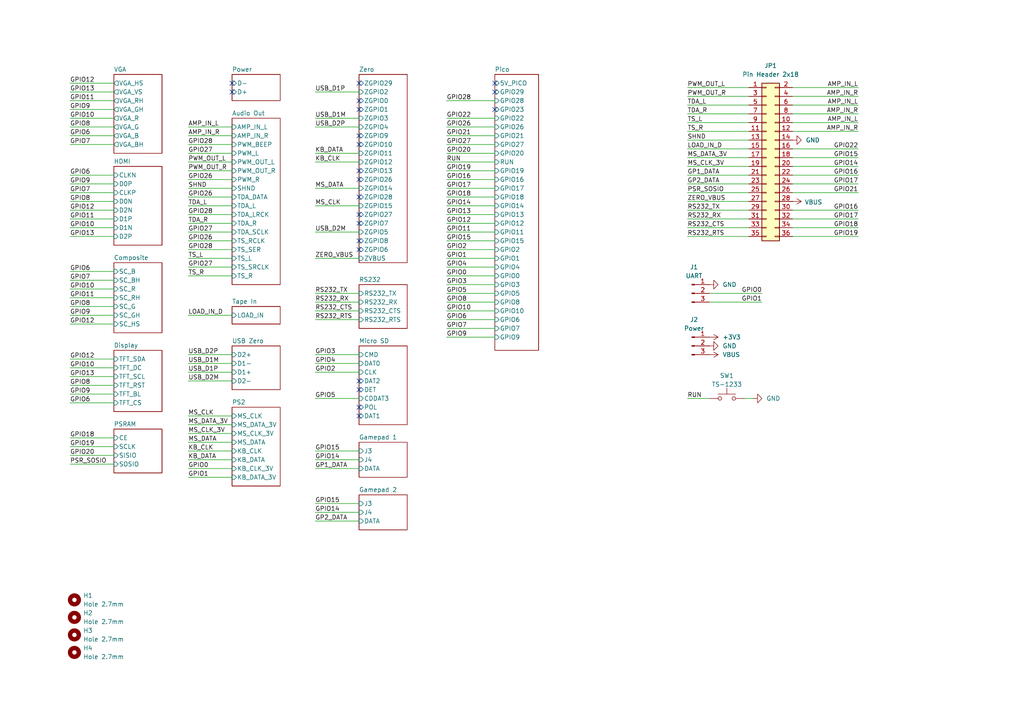
<source format=kicad_sch>
(kicad_sch (version 20250114) (generator "eeschema") (generator_version "9.0")
  (paper "A4")
  (title_block (title "TurboFRANK") (date "2025-04-04") (rev "1.05") (company "Mikhail Matveev") (comment 1 "https://github.com/xtremespb/frank"))
  (lib_symbols
    (symbol "Connector:Conn_01x03_Pin" (pin_names (offset 1.016) (hide yes))
      (property "Reference" "J" (at 0 5.08 0))
      (property "Value" "Conn_01x03_Pin" (at 0 -5.08 0))
      (symbol "Conn_01x03_Pin_1_1"
        (rectangle (start 0.8636 2.667) (end 0 2.413) (stroke (width 0.1524)) (fill (type outline)))
        (rectangle (start 0.8636 0.127) (end 0 -0.127) (stroke (width 0.1524)) (fill (type outline)))
        (rectangle (start 0.8636 -2.413) (end 0 -2.667) (stroke (width 0.1524)) (fill (type outline)))
        (polyline (pts (xy 1.27 2.54) (xy 0.8636 2.54)) (stroke (width 0.1524)))
        (polyline (pts (xy 1.27 0) (xy 0.8636 0)) (stroke (width 0.1524)))
        (polyline (pts (xy 1.27 -2.54) (xy 0.8636 -2.54)) (stroke (width 0.1524)))
        (pin passive line (at 5.08 2.54 180) (length 3.81) (name "Pin_1") (number "1"))
        (pin passive line (at 5.08 0 180) (length 3.81) (name "Pin_2") (number "2"))
        (pin passive line (at 5.08 -2.54 180) (length 3.81) (name "Pin_3") (number "3"))
      )
    )
    (symbol "Connector_Generic:Conn_02x18_Odd_Even" (pin_names (offset 1.016) (hide yes))
      (property "Reference" "J" (at 1.27 22.86 0))
      (property "Value" "Conn_02x18_Odd_Even" (at 1.27 -25.4 0))
      (symbol "Conn_02x18_Odd_Even_1_1"
        (rectangle (start -1.27 21.59) (end 3.81 -24.13) (stroke (width 0.254)) (fill (type background)))
        (rectangle (start -1.27 20.447) (end 0 20.193) (stroke (width 0.1524)))
        (rectangle (start -1.27 17.907) (end 0 17.653) (stroke (width 0.1524)))
        (rectangle (start -1.27 15.367) (end 0 15.113) (stroke (width 0.1524)))
        (rectangle (start -1.27 12.827) (end 0 12.573) (stroke (width 0.1524)))
        (rectangle (start -1.27 10.287) (end 0 10.033) (stroke (width 0.1524)))
        (rectangle (start -1.27 7.747) (end 0 7.493) (stroke (width 0.1524)))
        (rectangle (start -1.27 5.207) (end 0 4.953) (stroke (width 0.1524)))
        (rectangle (start -1.27 2.667) (end 0 2.413) (stroke (width 0.1524)))
        (rectangle (start -1.27 0.127) (end 0 -0.127) (stroke (width 0.1524)))
        (rectangle (start -1.27 -2.413) (end 0 -2.667) (stroke (width 0.1524)))
        (rectangle (start -1.27 -4.953) (end 0 -5.207) (stroke (width 0.1524)))
        (rectangle (start -1.27 -7.493) (end 0 -7.747) (stroke (width 0.1524)))
        (rectangle (start -1.27 -10.033) (end 0 -10.287) (stroke (width 0.1524)))
        (rectangle (start -1.27 -12.573) (end 0 -12.827) (stroke (width 0.1524)))
        (rectangle (start -1.27 -15.113) (end 0 -15.367) (stroke (width 0.1524)))
        (rectangle (start -1.27 -17.653) (end 0 -17.907) (stroke (width 0.1524)))
        (rectangle (start -1.27 -20.193) (end 0 -20.447) (stroke (width 0.1524)))
        (rectangle (start -1.27 -22.733) (end 0 -22.987) (stroke (width 0.1524)))
        (rectangle (start 3.81 20.447) (end 2.54 20.193) (stroke (width 0.1524)))
        (rectangle (start 3.81 17.907) (end 2.54 17.653) (stroke (width 0.1524)))
        (rectangle (start 3.81 15.367) (end 2.54 15.113) (stroke (width 0.1524)))
        (rectangle (start 3.81 12.827) (end 2.54 12.573) (stroke (width 0.1524)))
        (rectangle (start 3.81 10.287) (end 2.54 10.033) (stroke (width 0.1524)))
        (rectangle (start 3.81 7.747) (end 2.54 7.493) (stroke (width 0.1524)))
        (rectangle (start 3.81 5.207) (end 2.54 4.953) (stroke (width 0.1524)))
        (rectangle (start 3.81 2.667) (end 2.54 2.413) (stroke (width 0.1524)))
        (rectangle (start 3.81 0.127) (end 2.54 -0.127) (stroke (width 0.1524)))
        (rectangle (start 3.81 -2.413) (end 2.54 -2.667) (stroke (width 0.1524)))
        (rectangle (start 3.81 -4.953) (end 2.54 -5.207) (stroke (width 0.1524)))
        (rectangle (start 3.81 -7.493) (end 2.54 -7.747) (stroke (width 0.1524)))
        (rectangle (start 3.81 -10.033) (end 2.54 -10.287) (stroke (width 0.1524)))
        (rectangle (start 3.81 -12.573) (end 2.54 -12.827) (stroke (width 0.1524)))
        (rectangle (start 3.81 -15.113) (end 2.54 -15.367) (stroke (width 0.1524)))
        (rectangle (start 3.81 -17.653) (end 2.54 -17.907) (stroke (width 0.1524)))
        (rectangle (start 3.81 -20.193) (end 2.54 -20.447) (stroke (width 0.1524)))
        (rectangle (start 3.81 -22.733) (end 2.54 -22.987) (stroke (width 0.1524)))
        (pin passive line (at -5.08 20.32 0) (length 3.81) (name "Pin_1") (number "1"))
        (pin passive line (at -5.08 17.78 0) (length 3.81) (name "Pin_3") (number "3"))
        (pin passive line (at -5.08 15.24 0) (length 3.81) (name "Pin_5") (number "5"))
        (pin passive line (at -5.08 12.7 0) (length 3.81) (name "Pin_7") (number "7"))
        (pin passive line (at -5.08 10.16 0) (length 3.81) (name "Pin_9") (number "9"))
        (pin passive line (at -5.08 7.62 0) (length 3.81) (name "Pin_11") (number "11"))
        (pin passive line (at -5.08 5.08 0) (length 3.81) (name "Pin_13") (number "13"))
        (pin passive line (at -5.08 2.54 0) (length 3.81) (name "Pin_15") (number "15"))
        (pin passive line (at -5.08 0 0) (length 3.81) (name "Pin_17") (number "17"))
        (pin passive line (at -5.08 -2.54 0) (length 3.81) (name "Pin_19") (number "19"))
        (pin passive line (at -5.08 -5.08 0) (length 3.81) (name "Pin_21") (number "21"))
        (pin passive line (at -5.08 -7.62 0) (length 3.81) (name "Pin_23") (number "23"))
        (pin passive line (at -5.08 -10.16 0) (length 3.81) (name "Pin_25") (number "25"))
        (pin passive line (at -5.08 -12.7 0) (length 3.81) (name "Pin_27") (number "27"))
        (pin passive line (at -5.08 -15.24 0) (length 3.81) (name "Pin_29") (number "29"))
        (pin passive line (at -5.08 -17.78 0) (length 3.81) (name "Pin_31") (number "31"))
        (pin passive line (at -5.08 -20.32 0) (length 3.81) (name "Pin_33") (number "33"))
        (pin passive line (at -5.08 -22.86 0) (length 3.81) (name "Pin_35") (number "35"))
        (pin passive line (at 7.62 20.32 180) (length 3.81) (name "Pin_2") (number "2"))
        (pin passive line (at 7.62 17.78 180) (length 3.81) (name "Pin_4") (number "4"))
        (pin passive line (at 7.62 15.24 180) (length 3.81) (name "Pin_6") (number "6"))
        (pin passive line (at 7.62 12.7 180) (length 3.81) (name "Pin_8") (number "8"))
        (pin passive line (at 7.62 10.16 180) (length 3.81) (name "Pin_10") (number "10"))
        (pin passive line (at 7.62 7.62 180) (length 3.81) (name "Pin_12") (number "12"))
        (pin passive line (at 7.62 5.08 180) (length 3.81) (name "Pin_14") (number "14"))
        (pin passive line (at 7.62 2.54 180) (length 3.81) (name "Pin_16") (number "16"))
        (pin passive line (at 7.62 0 180) (length 3.81) (name "Pin_18") (number "18"))
        (pin passive line (at 7.62 -2.54 180) (length 3.81) (name "Pin_20") (number "20"))
        (pin passive line (at 7.62 -5.08 180) (length 3.81) (name "Pin_22") (number "22"))
        (pin passive line (at 7.62 -7.62 180) (length 3.81) (name "Pin_24") (number "24"))
        (pin passive line (at 7.62 -10.16 180) (length 3.81) (name "Pin_26") (number "26"))
        (pin passive line (at 7.62 -12.7 180) (length 3.81) (name "Pin_28") (number "28"))
        (pin passive line (at 7.62 -15.24 180) (length 3.81) (name "Pin_30") (number "30"))
        (pin passive line (at 7.62 -17.78 180) (length 3.81) (name "Pin_32") (number "32"))
        (pin passive line (at 7.62 -20.32 180) (length 3.81) (name "Pin_34") (number "34"))
        (pin passive line (at 7.62 -22.86 180) (length 3.81) (name "Pin_36") (number "36"))
      )
    )
    (symbol "Mechanical:MountingHole" (pin_names (offset 1.016)) (exclude_from_sim yes) (in_bom no)
      (property "Reference" "H" (at 0 5.08 0))
      (property "Value" "MountingHole" (at 0 3.175 0))
      (symbol "MountingHole_0_1"
        (circle (center 0 0) (radius 1.27) (stroke (width 1.27)))
      )
    )
    (symbol "Switch:SW_Push" (pin_numbers (hide yes)) (pin_names (offset 1.016) (hide yes))
      (property "Reference" "SW" (at 1.27 2.54 0))
      (property "Value" "SW_Push" (at 0 -1.524 0))
      (symbol "SW_Push_0_1"
        (circle (center -2.032 0) (radius 0.508))
        (polyline (pts (xy 0 1.27) (xy 0 3.048)))
        (circle (center 2.032 0) (radius 0.508))
        (polyline (pts (xy 2.54 1.27) (xy -2.54 1.27)))
        (pin passive line (at -5.08 0 0) (length 2.54) (name "1") (number "1"))
        (pin passive line (at 5.08 0 180) (length 2.54) (name "2") (number "2"))
      )
    )
    (symbol "power:+3V3" (power) (pin_numbers (hide yes)) (pin_names (offset 0) (hide yes))
      (property "Value" "+3V3" (at 0 3.556 0))
      (symbol "+3V3_0_1"
        (polyline (pts (xy -0.762 1.27) (xy 0 2.54)))
        (polyline (pts (xy 0 2.54) (xy 0.762 1.27)))
        (polyline (pts (xy 0 0) (xy 0 2.54)))
      )
      (symbol "+3V3_1_1"
        (pin power_in line (at 0 0 90) (length 0) (name "~") (number "1"))
      )
    )
    (symbol "power:GND" (power) (pin_numbers (hide yes)) (pin_names (offset 0) (hide yes))
      (property "Value" "GND" (at 0 -3.81 0))
      (symbol "GND_0_1"
        (polyline (pts (xy 0 0) (xy 0 -1.27) (xy 1.27 -1.27) (xy 0 -2.54) (xy -1.27 -1.27) (xy 0 -1.27)))
      )
      (symbol "GND_1_1"
        (pin power_in line (at 0 0 270) (length 0) (name "~") (number "1"))
      )
    )
    (symbol "power:VBUS" (power) (pin_numbers (hide yes)) (pin_names (offset 0) (hide yes))
      (property "Value" "VBUS" (at 0 3.556 0))
      (symbol "VBUS_0_1"
        (polyline (pts (xy -0.762 1.27) (xy 0 2.54)))
        (polyline (pts (xy 0 2.54) (xy 0.762 1.27)))
        (polyline (pts (xy 0 0) (xy 0 2.54)))
      )
      (symbol "VBUS_1_1"
        (pin power_in line (at 0 0 90) (length 0) (name "~") (number "1"))
      )
    )
  )
  (no_connect (at 104.14 120.65))
  (no_connect (at 104.14 52.07))
  (no_connect (at 104.14 62.23))
  (no_connect (at 104.14 72.39))
  (no_connect (at 104.14 118.11))
  (no_connect (at 143.51 24.13))
  (no_connect (at 104.14 57.15))
  (no_connect (at 104.14 64.77))
  (no_connect (at 104.14 113.03))
  (no_connect (at 104.14 69.85))
  (no_connect (at 104.14 110.49))
  (no_connect (at 104.14 49.53))
  (no_connect (at 104.14 29.21))
  (no_connect (at 143.51 31.75))
  (no_connect (at 143.51 26.67))
  (no_connect (at 104.14 24.13))
  (no_connect (at 104.14 31.75))
  (no_connect (at 67.31 26.67))
  (no_connect (at 67.31 24.13))
  (no_connect (at 104.14 41.91))
  (no_connect (at 104.14 39.37))
  (wire (pts (xy 229.87 25.4) (xy 248.92 25.4)))
  (wire (pts (xy 54.61 133.35) (xy 67.31 133.35)))
  (wire (pts (xy 129.54 52.07) (xy 143.51 52.07)))
  (wire (pts (xy 54.61 91.44) (xy 67.31 91.44)))
  (wire (pts (xy 229.87 66.04) (xy 248.92 66.04)))
  (wire (pts (xy 91.44 74.93) (xy 104.14 74.93)))
  (wire (pts (xy 91.44 105.41) (xy 104.14 105.41)))
  (wire (pts (xy 54.61 62.23) (xy 67.31 62.23)))
  (wire (pts (xy 20.32 93.98) (xy 33.02 93.98)))
  (wire (pts (xy 20.32 63.5) (xy 33.02 63.5)))
  (wire (pts (xy 91.44 59.69) (xy 104.14 59.69)))
  (wire (pts (xy 54.61 54.61) (xy 67.31 54.61)))
  (wire (pts (xy 199.39 58.42) (xy 217.17 58.42)))
  (wire (pts (xy 20.32 106.68) (xy 33.02 106.68)))
  (wire (pts (xy 129.54 44.45) (xy 143.51 44.45)))
  (wire (pts (xy 229.87 38.1) (xy 248.92 38.1)))
  (wire (pts (xy 91.44 67.31) (xy 104.14 67.31)))
  (wire (pts (xy 54.61 128.27) (xy 67.31 128.27)))
  (wire (pts (xy 20.32 39.37) (xy 33.02 39.37)))
  (wire (pts (xy 54.61 110.49) (xy 67.31 110.49)))
  (wire (pts (xy 229.87 30.48) (xy 248.92 30.48)))
  (wire (pts (xy 54.61 74.93) (xy 67.31 74.93)))
  (wire (pts (xy 91.44 34.29) (xy 104.14 34.29)))
  (wire (pts (xy 229.87 33.02) (xy 248.92 33.02)))
  (wire (pts (xy 129.54 74.93) (xy 143.51 74.93)))
  (wire (pts (xy 91.44 135.89) (xy 104.14 135.89)))
  (wire (pts (xy 220.98 87.63) (xy 205.74 87.63)))
  (wire (pts (xy 218.44 115.57) (xy 215.9 115.57)))
  (wire (pts (xy 229.87 63.5) (xy 248.92 63.5)))
  (wire (pts (xy 20.32 41.91) (xy 33.02 41.91)))
  (wire (pts (xy 54.61 105.41) (xy 67.31 105.41)))
  (wire (pts (xy 91.44 54.61) (xy 104.14 54.61)))
  (wire (pts (xy 20.32 86.36) (xy 33.02 86.36)))
  (wire (pts (xy 229.87 43.18) (xy 248.92 43.18)))
  (wire (pts (xy 129.54 54.61) (xy 143.51 54.61)))
  (wire (pts (xy 20.32 111.76) (xy 33.02 111.76)))
  (wire (pts (xy 54.61 41.91) (xy 67.31 41.91)))
  (wire (pts (xy 20.32 129.54) (xy 33.02 129.54)))
  (wire (pts (xy 199.39 55.88) (xy 217.17 55.88)))
  (wire (pts (xy 199.39 48.26) (xy 217.17 48.26)))
  (wire (pts (xy 54.61 69.85) (xy 67.31 69.85)))
  (wire (pts (xy 199.39 33.02) (xy 217.17 33.02)))
  (wire (pts (xy 91.44 26.67) (xy 104.14 26.67)))
  (wire (pts (xy 91.44 36.83) (xy 104.14 36.83)))
  (wire (pts (xy 54.61 57.15) (xy 67.31 57.15)))
  (wire (pts (xy 91.44 92.71) (xy 104.14 92.71)))
  (wire (pts (xy 129.54 34.29) (xy 143.51 34.29)))
  (wire (pts (xy 20.32 58.42) (xy 33.02 58.42)))
  (wire (pts (xy 20.32 114.3) (xy 33.02 114.3)))
  (wire (pts (xy 199.39 45.72) (xy 217.17 45.72)))
  (wire (pts (xy 54.61 64.77) (xy 67.31 64.77)))
  (wire (pts (xy 20.32 109.22) (xy 33.02 109.22)))
  (wire (pts (xy 229.87 27.94) (xy 248.92 27.94)))
  (wire (pts (xy 129.54 77.47) (xy 143.51 77.47)))
  (wire (pts (xy 129.54 95.25) (xy 143.51 95.25)))
  (wire (pts (xy 54.61 80.01) (xy 67.31 80.01)))
  (wire (pts (xy 129.54 62.23) (xy 143.51 62.23)))
  (wire (pts (xy 91.44 146.05) (xy 104.14 146.05)))
  (wire (pts (xy 20.32 53.34) (xy 33.02 53.34)))
  (wire (pts (xy 54.61 77.47) (xy 67.31 77.47)))
  (wire (pts (xy 129.54 87.63) (xy 143.51 87.63)))
  (wire (pts (xy 20.32 50.8) (xy 33.02 50.8)))
  (wire (pts (xy 229.87 50.8) (xy 248.92 50.8)))
  (wire (pts (xy 20.32 83.82) (xy 33.02 83.82)))
  (wire (pts (xy 129.54 57.15) (xy 143.51 57.15)))
  (wire (pts (xy 91.44 87.63) (xy 104.14 87.63)))
  (wire (pts (xy 199.39 40.64) (xy 217.17 40.64)))
  (wire (pts (xy 91.44 44.45) (xy 104.14 44.45)))
  (wire (pts (xy 129.54 39.37) (xy 143.51 39.37)))
  (wire (pts (xy 54.61 130.81) (xy 67.31 130.81)))
  (wire (pts (xy 229.87 48.26) (xy 248.92 48.26)))
  (wire (pts (xy 91.44 115.57) (xy 104.14 115.57)))
  (wire (pts (xy 54.61 135.89) (xy 67.31 135.89)))
  (wire (pts (xy 199.39 53.34) (xy 217.17 53.34)))
  (wire (pts (xy 20.32 36.83) (xy 33.02 36.83)))
  (wire (pts (xy 20.32 31.75) (xy 33.02 31.75)))
  (wire (pts (xy 54.61 123.19) (xy 67.31 123.19)))
  (wire (pts (xy 54.61 39.37) (xy 67.31 39.37)))
  (wire (pts (xy 129.54 59.69) (xy 143.51 59.69)))
  (wire (pts (xy 20.32 24.13) (xy 33.02 24.13)))
  (wire (pts (xy 54.61 59.69) (xy 67.31 59.69)))
  (wire (pts (xy 229.87 53.34) (xy 248.92 53.34)))
  (wire (pts (xy 91.44 151.13) (xy 104.14 151.13)))
  (wire (pts (xy 20.32 66.04) (xy 33.02 66.04)))
  (wire (pts (xy 199.39 50.8) (xy 217.17 50.8)))
  (wire (pts (xy 199.39 43.18) (xy 217.17 43.18)))
  (wire (pts (xy 20.32 132.08) (xy 33.02 132.08)))
  (wire (pts (xy 199.39 30.48) (xy 217.17 30.48)))
  (wire (pts (xy 54.61 102.87) (xy 67.31 102.87)))
  (wire (pts (xy 199.39 35.56) (xy 217.17 35.56)))
  (wire (pts (xy 20.32 78.74) (xy 33.02 78.74)))
  (wire (pts (xy 20.32 127) (xy 33.02 127)))
  (wire (pts (xy 129.54 72.39) (xy 143.51 72.39)))
  (wire (pts (xy 54.61 125.73) (xy 67.31 125.73)))
  (wire (pts (xy 199.39 66.04) (xy 217.17 66.04)))
  (wire (pts (xy 20.32 34.29) (xy 33.02 34.29)))
  (wire (pts (xy 20.32 55.88) (xy 33.02 55.88)))
  (wire (pts (xy 129.54 85.09) (xy 143.51 85.09)))
  (wire (pts (xy 54.61 46.99) (xy 67.31 46.99)))
  (wire (pts (xy 129.54 82.55) (xy 143.51 82.55)))
  (wire (pts (xy 229.87 68.58) (xy 248.92 68.58)))
  (wire (pts (xy 129.54 36.83) (xy 143.51 36.83)))
  (wire (pts (xy 91.44 130.81) (xy 104.14 130.81)))
  (wire (pts (xy 129.54 41.91) (xy 143.51 41.91)))
  (wire (pts (xy 129.54 67.31) (xy 143.51 67.31)))
  (wire (pts (xy 54.61 107.95) (xy 67.31 107.95)))
  (wire (pts (xy 20.32 104.14) (xy 33.02 104.14)))
  (wire (pts (xy 20.32 81.28) (xy 33.02 81.28)))
  (wire (pts (xy 20.32 88.9) (xy 33.02 88.9)))
  (wire (pts (xy 54.61 36.83) (xy 67.31 36.83)))
  (wire (pts (xy 199.39 60.96) (xy 217.17 60.96)))
  (wire (pts (xy 20.32 29.21) (xy 33.02 29.21)))
  (wire (pts (xy 20.32 91.44) (xy 33.02 91.44)))
  (wire (pts (xy 91.44 90.17) (xy 104.14 90.17)))
  (wire (pts (xy 229.87 55.88) (xy 248.92 55.88)))
  (wire (pts (xy 129.54 97.79) (xy 143.51 97.79)))
  (wire (pts (xy 54.61 49.53) (xy 67.31 49.53)))
  (wire (pts (xy 129.54 90.17) (xy 143.51 90.17)))
  (wire (pts (xy 54.61 67.31) (xy 67.31 67.31)))
  (wire (pts (xy 91.44 85.09) (xy 104.14 85.09)))
  (wire (pts (xy 129.54 29.21) (xy 143.51 29.21)))
  (wire (pts (xy 54.61 44.45) (xy 67.31 44.45)))
  (wire (pts (xy 129.54 69.85) (xy 143.51 69.85)))
  (wire (pts (xy 199.39 38.1) (xy 217.17 38.1)))
  (wire (pts (xy 199.39 115.57) (xy 205.74 115.57)))
  (wire (pts (xy 129.54 64.77) (xy 143.51 64.77)))
  (wire (pts (xy 199.39 63.5) (xy 217.17 63.5)))
  (wire (pts (xy 91.44 133.35) (xy 104.14 133.35)))
  (wire (pts (xy 220.98 85.09) (xy 205.74 85.09)))
  (wire (pts (xy 20.32 116.84) (xy 33.02 116.84)))
  (wire (pts (xy 199.39 25.4) (xy 217.17 25.4)))
  (wire (pts (xy 129.54 49.53) (xy 143.51 49.53)))
  (wire (pts (xy 54.61 138.43) (xy 67.31 138.43)))
  (wire (pts (xy 54.61 52.07) (xy 67.31 52.07)))
  (wire (pts (xy 91.44 148.59) (xy 104.14 148.59)))
  (wire (pts (xy 54.61 72.39) (xy 67.31 72.39)))
  (wire (pts (xy 199.39 27.94) (xy 217.17 27.94)))
  (wire (pts (xy 229.87 35.56) (xy 248.92 35.56)))
  (wire (pts (xy 91.44 46.99) (xy 104.14 46.99)))
  (wire (pts (xy 20.32 26.67) (xy 33.02 26.67)))
  (wire (pts (xy 20.32 134.62) (xy 33.02 134.62)))
  (wire (pts (xy 229.87 45.72) (xy 248.92 45.72)))
  (wire (pts (xy 20.32 60.96) (xy 33.02 60.96)))
  (wire (pts (xy 129.54 92.71) (xy 143.51 92.71)))
  (wire (pts (xy 199.39 68.58) (xy 217.17 68.58)))
  (wire (pts (xy 91.44 107.95) (xy 104.14 107.95)))
  (wire (pts (xy 129.54 80.01) (xy 143.51 80.01)))
  (wire (pts (xy 129.54 46.99) (xy 143.51 46.99)))
  (wire (pts (xy 229.87 60.96) (xy 248.92 60.96)))
  (wire (pts (xy 20.32 68.58) (xy 33.02 68.58)))
  (wire (pts (xy 54.61 120.65) (xy 67.31 120.65)))
  (wire (pts (xy 91.44 102.87) (xy 104.14 102.87)))
  (label "GPIO10" (at 20.32 83.82 0))
  (label "RS232_RX" (at 91.44 87.63 0))
  (label "MS_CLK_3V" (at 199.39 48.26 0))
  (label "LOAD_IN_D" (at 199.39 43.18 0))
  (label "AMP_IN_L" (at 248.92 30.48 180))
  (label "MS_DATA_3V" (at 199.39 45.72 0))
  (label "GPIO7" (at 20.32 55.88 0))
  (label "GPIO14" (at 91.44 148.59 0))
  (label "GPIO15" (at 91.44 146.05 0))
  (label "GPIO28" (at 54.61 41.91 0))
  (label "GPIO19" (at 20.32 129.54 0))
  (label "GPIO3" (at 91.44 102.87 0))
  (label "GPIO12" (at 20.32 24.13 0))
  (label "USB_D1P" (at 91.44 26.67 0))
  (label "GPIO14" (at 248.92 48.26 180))
  (label "GPIO9" (at 20.32 31.75 0))
  (label "RUN" (at 129.54 46.99 0))
  (label "GPIO20" (at 129.54 44.45 0))
  (label "GPIO8" (at 20.32 88.9 0))
  (label "GPIO26" (at 54.61 57.15 0))
  (label "GPIO9" (at 129.54 97.79 0))
  (label "GPIO3" (at 129.54 82.55 0))
  (label "GP1_DATA" (at 91.44 135.89 0))
  (label "SHND" (at 199.39 40.64 0))
  (label "GPIO20" (at 20.32 132.08 0))
  (label "GPIO1" (at 220.98 87.63 180))
  (label "GPIO27" (at 129.54 41.91 0))
  (label "GPIO27" (at 54.61 44.45 0))
  (label "GPIO17" (at 129.54 54.61 0))
  (label "GPIO14" (at 91.44 133.35 0))
  (label "RS232_RTS" (at 199.39 68.58 0))
  (label "GPIO16" (at 248.92 60.96 180))
  (label "GPIO6" (at 129.54 92.71 0))
  (label "LOAD_IN_D" (at 54.61 91.44 0))
  (label "GPIO18" (at 20.32 127 0))
  (label "SHND" (at 54.61 54.61 0))
  (label "RS232_CTS" (at 91.44 90.17 0))
  (label "AMP_IN_R" (at 54.61 39.37 0))
  (label "TDA_R" (at 54.61 64.77 0))
  (label "GPIO5" (at 91.44 115.57 0))
  (label "MS_DATA" (at 54.61 128.27 0))
  (label "ZERO_VBUS" (at 91.44 74.93 0))
  (label "GPIO9" (at 20.32 91.44 0))
  (label "GPIO12" (at 20.32 60.96 0))
  (label "GPIO13" (at 129.54 62.23 0))
  (label "GPIO8" (at 129.54 87.63 0))
  (label "AMP_IN_L" (at 248.92 25.4 180))
  (label "RS232_CTS" (at 199.39 66.04 0))
  (label "KB_DATA" (at 54.61 133.35 0))
  (label "KB_CLK" (at 91.44 46.99 0))
  (label "USB_D1M" (at 54.61 105.41 0))
  (label "AMP_IN_L" (at 248.92 35.56 180))
  (label "GPIO27" (at 54.61 67.31 0))
  (label "USB_D2P" (at 54.61 102.87 0))
  (label "TS_L" (at 54.61 74.93 0))
  (label "GPIO2" (at 129.54 72.39 0))
  (label "GPIO28" (at 129.54 29.21 0))
  (label "GPIO17" (at 248.92 63.5 180))
  (label "GPIO7" (at 20.32 81.28 0))
  (label "GPIO14" (at 129.54 59.69 0))
  (label "GPIO22" (at 129.54 34.29 0))
  (label "PSR_SOSIO" (at 199.39 55.88 0))
  (label "AMP_IN_R" (at 248.92 38.1 180))
  (label "AMP_IN_L" (at 54.61 36.83 0))
  (label "PWM_OUT_R" (at 54.61 49.53 0))
  (label "USB_D2M" (at 54.61 110.49 0))
  (label "GPIO0" (at 54.61 135.89 0))
  (label "MS_DATA" (at 91.44 54.61 0))
  (label "MS_CLK" (at 91.44 59.69 0))
  (label "AMP_IN_R" (at 248.92 33.02 180))
  (label "KB_CLK" (at 54.61 130.81 0))
  (label "MS_CLK" (at 54.61 120.65 0))
  (label "GPIO19" (at 129.54 49.53 0))
  (label "GPIO7" (at 20.32 41.91 0))
  (label "TDA_L" (at 54.61 59.69 0))
  (label "GPIO18" (at 129.54 57.15 0))
  (label "GPIO13" (at 20.32 109.22 0))
  (label "GPIO21" (at 129.54 39.37 0))
  (label "TS_R" (at 199.39 38.1 0))
  (label "GPIO28" (at 54.61 62.23 0))
  (label "GPIO11" (at 20.32 86.36 0))
  (label "GPIO22" (at 248.92 43.18 180))
  (label "RS232_RX" (at 199.39 63.5 0))
  (label "GPIO8" (at 20.32 111.76 0))
  (label "GPIO16" (at 248.92 50.8 180))
  (label "TDA_L" (at 199.39 30.48 0))
  (label "GPIO13" (at 20.32 68.58 0))
  (label "GPIO13" (at 20.32 26.67 0))
  (label "GPIO27" (at 54.61 77.47 0))
  (label "GPIO2" (at 91.44 107.95 0))
  (label "GPIO6" (at 20.32 50.8 0))
  (label "GPIO5" (at 129.54 85.09 0))
  (label "GP2_DATA" (at 91.44 151.13 0))
  (label "GPIO17" (at 248.92 53.34 180))
  (label "GPIO21" (at 248.92 55.88 180))
  (label "RUN" (at 199.39 115.57 0))
  (label "AMP_IN_R" (at 248.92 27.94 180))
  (label "GPIO26" (at 54.61 52.07 0))
  (label "ZERO_VBUS" (at 199.39 58.42 0))
  (label "GPIO12" (at 20.32 104.14 0))
  (label "GPIO1" (at 54.61 138.43 0))
  (label "MS_DATA_3V" (at 54.61 123.19 0))
  (label "GPIO8" (at 20.32 58.42 0))
  (label "TDA_R" (at 199.39 33.02 0))
  (label "GPIO9" (at 20.32 114.3 0))
  (label "GPIO11" (at 20.32 63.5 0))
  (label "GPIO10" (at 129.54 90.17 0))
  (label "KB_DATA" (at 91.44 44.45 0))
  (label "GPIO8" (at 20.32 36.83 0))
  (label "USB_D2P" (at 91.44 36.83 0))
  (label "PWM_OUT_R" (at 199.39 27.94 0))
  (label "MS_CLK_3V" (at 54.61 125.73 0))
  (label "GPIO15" (at 248.92 45.72 180))
  (label "RS232_TX" (at 91.44 85.09 0))
  (label "GPIO11" (at 129.54 67.31 0))
  (label "TS_R" (at 54.61 80.01 0))
  (label "GPIO4" (at 129.54 77.47 0))
  (label "PWM_OUT_L" (at 199.39 25.4 0))
  (label "GPIO7" (at 129.54 95.25 0))
  (label "GPIO12" (at 20.32 93.98 0))
  (label "GPIO15" (at 129.54 69.85 0))
  (label "GPIO10" (at 20.32 34.29 0))
  (label "GPIO6" (at 20.32 39.37 0))
  (label "GPIO11" (at 20.32 29.21 0))
  (label "PSR_SOSIO" (at 20.32 134.62 0))
  (label "RS232_RTS" (at 91.44 92.71 0))
  (label "GPIO0" (at 129.54 80.01 0))
  (label "GPIO19" (at 248.92 68.58 180))
  (label "TS_L" (at 199.39 35.56 0))
  (label "GPIO12" (at 129.54 64.77 0))
  (label "GPIO1" (at 129.54 74.93 0))
  (label "GPIO0" (at 220.98 85.09 180))
  (label "GPIO4" (at 91.44 105.41 0))
  (label "RS232_TX" (at 199.39 60.96 0))
  (label "GPIO15" (at 91.44 130.81 0))
  (label "GPIO26" (at 129.54 36.83 0))
  (label "GP2_DATA" (at 199.39 53.34 0))
  (label "GPIO9" (at 20.32 53.34 0))
  (label "GPIO10" (at 20.32 106.68 0))
  (label "USB_D1M" (at 91.44 34.29 0))
  (label "GPIO6" (at 20.32 78.74 0))
  (label "PWM_OUT_L" (at 54.61 46.99 0))
  (label "GPIO6" (at 20.32 116.84 0))
  (label "GPIO28" (at 54.61 72.39 0))
  (label "GPIO10" (at 20.32 66.04 0))
  (label "GP1_DATA" (at 199.39 50.8 0))
  (label "GPIO26" (at 54.61 69.85 0))
  (label "GPIO18" (at 248.92 66.04 180))
  (label "GPIO16" (at 129.54 52.07 0))
  (label "USB_D2M" (at 91.44 67.31 0))
  (label "USB_D1P" (at 54.61 107.95 0))
  (symbol (lib_id "power:VBUS") (at 205.74 102.87 270) (unit 1)
    (property "Reference" "#PWR06" (effects (hide yes)))
    (property "Value" "VBUS" (at 209.55 102.8699 90) (effects (justify left)))
    (property "Description" "Power symbol creates a global label with name \"VBUS\"" (effects (hide yes)))
  )
  (symbol (lib_id "Switch:SW_Push") (at 210.82 115.57 0) (unit 1)
    (property "Reference" "SW1" (at 210.82 108.9492 0))
    (property "Value" "TS-1233" (at 210.82 111.4861 0))
    (property "Footprint" "FRANK:Button (SMD, 3x3mm, 1-1)" (effects (hide yes)))
    (property "Datasheet" "https://img.klsele.com/admin/product_upload/20150508135408KLS7-TS3302.pdf" (effects (hide yes)))
    (property "AliExpress" "https://www.aliexpress.com/item/1005007359248990.html" (effects (hide yes)))
  )
  (symbol (lib_id "Connector:Conn_01x03_Pin") (at 200.66 85.09 0) (unit 1)
    (property "Reference" "J1" (at 201.295 77.47 0))
    (property "Value" "UART" (at 201.295 80.01 0))
    (property "Footprint" "FRANK:Pin Header (1x03)" (effects (hide yes)))
    (property "Description" "Generic connector, single row, 01x03, script generated" (effects (hide yes)))
    (property "AliExpress" "https://www.aliexpress.com/item/1005007039504981.html" (effects (hide yes)))
  )
  (symbol (lib_id "power:+3V3") (at 205.74 97.79 270) (unit 1)
    (property "Reference" "#PWR04" (effects (hide yes)))
    (property "Value" "+3V3" (at 209.55 97.7899 90) (effects (justify left)))
    (property "Description" "Power symbol creates a global label with name \"+3V3\"" (effects (hide yes)))
  )
  (symbol (lib_id "power:GND") (at 205.74 82.55 90) (unit 1)
    (property "Reference" "#PWR03" (effects (hide yes)))
    (property "Value" "GND" (at 209.55 82.5499 90) (effects (justify right)))
    (property "Description" "Power symbol creates a global label with name \"GND\" , ground" (effects (hide yes)))
  )
  (symbol (lib_id "power:GND") (at 229.87 40.64 90) (unit 1)
    (property "Reference" "#PWR01" (effects (hide yes)))
    (property "Value" "GND" (at 233.68 40.6399 90) (effects (justify right)))
    (property "Description" "Power symbol creates a global label with name \"GND\" , ground" (effects (hide yes)))
  )
  (symbol (lib_id "power:VBUS") (at 229.87 58.42 270) (unit 1)
    (property "Reference" "#PWR02" (effects (hide yes)))
    (property "Value" "VBUS" (at 233.3788 58.6416 90) (effects (justify left)))
    (property "Description" "Power symbol creates a global label with name \"VBUS\"" (effects (hide yes)))
  )
  (symbol (lib_id "power:GND") (at 205.74 100.33 90) (unit 1)
    (property "Reference" "#PWR05" (effects (hide yes)))
    (property "Value" "GND" (at 209.55 100.3299 90) (effects (justify right)))
    (property "Description" "Power symbol creates a global label with name \"GND\" , ground" (effects (hide yes)))
  )
  (symbol (lib_id "Mechanical:MountingHole") (at 21.59 184.15 0) (unit 1) (exclude_from_sim yes) (in_bom no)
    (property "Reference" "H3" (at 24.13 182.8799 0) (effects (justify left)))
    (property "Value" "Hole 2.7mm" (at 24.13 185.4199 0) (effects (justify left)))
    (property "Footprint" "FRANK:Mounting Hole (2.7mm)" (effects (hide yes)))
    (property "Description" "Mounting Hole without connection" (effects (hide yes)))
  )
  (symbol (lib_id "Mechanical:MountingHole") (at 21.59 179.07 0) (unit 1) (exclude_from_sim yes) (in_bom no)
    (property "Reference" "H2" (at 24.13 177.7999 0) (effects (justify left)))
    (property "Value" "Hole 2.7mm" (at 24.13 180.3399 0) (effects (justify left)))
    (property "Footprint" "FRANK:Mounting Hole (2.7mm)" (effects (hide yes)))
    (property "Description" "Mounting Hole without connection" (effects (hide yes)))
  )
  (symbol (lib_id "Mechanical:MountingHole") (at 21.59 189.23 0) (unit 1) (exclude_from_sim yes) (in_bom no)
    (property "Reference" "H4" (at 24.13 187.9599 0) (effects (justify left)))
    (property "Value" "Hole 2.7mm" (at 24.13 190.4999 0) (effects (justify left)))
    (property "Footprint" "FRANK:Mounting Hole (2.7mm)" (effects (hide yes)))
    (property "Description" "Mounting Hole without connection" (effects (hide yes)))
  )
  (symbol (lib_id "power:GND") (at 218.44 115.57 90) (unit 1)
    (property "Reference" "#PWR07" (effects (hide yes)))
    (property "Value" "GND" (at 222.25 115.5699 90) (effects (justify right)))
    (property "Description" "Power symbol creates a global label with name \"GND\" , ground" (effects (hide yes)))
  )
  (symbol (lib_id "Mechanical:MountingHole") (at 21.59 173.99 0) (unit 1) (exclude_from_sim yes) (in_bom no)
    (property "Reference" "H1" (at 24.13 172.7199 0) (effects (justify left)))
    (property "Value" "Hole 2.7mm" (at 24.13 175.2599 0) (effects (justify left)))
    (property "Footprint" "FRANK:Mounting Hole (2.7mm)" (effects (hide yes)))
    (property "Description" "Mounting Hole without connection" (effects (hide yes)))
  )
  (symbol (lib_id "Connector:Conn_01x03_Pin") (at 200.66 100.33 0) (unit 1)
    (property "Reference" "J2" (at 201.295 92.71 0))
    (property "Value" "Power" (at 201.295 95.25 0))
    (property "Footprint" "FRANK:Pin Header (1x03)" (effects (hide yes)))
    (property "Description" "Generic connector, single row, 01x03, script generated" (effects (hide yes)))
    (property "AliExpress" "https://www.aliexpress.com/item/1005007039504981.html" (effects (hide yes)))
  )
  (symbol (lib_id "Connector_Generic:Conn_02x18_Odd_Even") (at 222.25 45.72 0) (unit 1)
    (property "Reference" "JP1" (at 223.52 19.05 0))
    (property "Value" "Pin Header 2x18" (at 223.52 21.59 0))
    (property "Footprint" "FRANK:Pin Header (2x18)" (effects (hide yes)))
    (property "Description" "Generic connector, double row, 02x18, odd/even pin numbering scheme (row 1 odd numbers, row 2 even numbers), script generated (kicad-library-utils/schlib/autogen/connector/)" (effects (hide yes)))
    (property "AliExpress" "https://www.aliexpress.com/item/1005006804478835.html" (effects (hide yes)))
  )
  (sheet (at 33.02 101.6) (size 13.97 17.78) (stroke (width 0.1524))
    (property "Sheetname" "Display" (at 33.02 100.8884 0) (effects (justify left bottom)))
    (property "Sheetfile" "display.kicad_sch" (effects (hide yes)))
    (pin "TFT_SDA" input (at 33.02 104.14 180))
    (pin "TFT_DC" input (at 33.02 106.68 180))
    (pin "TFT_SCL" input (at 33.02 109.22 180))
    (pin "TFT_RST" input (at 33.02 111.76 180))
    (pin "TFT_BL" input (at 33.02 114.3 180))
    (pin "TFT_CS" input (at 33.02 116.84 180))
  )
  (sheet (at 33.02 21.59) (size 13.97 22.86) (stroke (width 0.1524))
    (property "Sheetname" "VGA" (at 33.02 20.8784 0) (effects (justify left bottom)))
    (property "Sheetfile" "vga.kicad_sch" (effects (hide yes)))
    (pin "VGA_HS" output (at 33.02 24.13 180))
    (pin "VGA_VS" output (at 33.02 26.67 180))
    (pin "VGA_RH" output (at 33.02 29.21 180))
    (pin "VGA_GH" output (at 33.02 31.75 180))
    (pin "VGA_R" output (at 33.02 34.29 180))
    (pin "VGA_G" output (at 33.02 36.83 180))
    (pin "VGA_B" output (at 33.02 39.37 180))
    (pin "VGA_BH" output (at 33.02 41.91 180))
  )
  (sheet (at 104.14 100.33) (size 13.97 22.86) (stroke (width 0.1524))
    (property "Sheetname" "Micro SD" (at 104.14 99.6184 0) (effects (justify left bottom)))
    (property "Sheetfile" "sd.kicad_sch" (effects (hide yes)))
    (pin "CMD" input (at 104.14 102.87 180))
    (pin "DAT0" input (at 104.14 105.41 180))
    (pin "CLK" input (at 104.14 107.95 180))
    (pin "DAT2" input (at 104.14 110.49 180))
    (pin "DET" input (at 104.14 113.03 180))
    (pin "CDDAT3" input (at 104.14 115.57 180))
    (pin "POL" input (at 104.14 118.11 180))
    (pin "DAT1" input (at 104.14 120.65 180))
  )
  (sheet (at 33.02 76.2) (size 13.97 20.32) (stroke (width 0.1524))
    (property "Sheetname" "Composite" (at 33.02 75.4884 0) (effects (justify left bottom)))
    (property "Sheetfile" "composite.kicad_sch" (effects (hide yes)))
    (pin "SC_B" input (at 33.02 78.74 180))
    (pin "SC_BH" input (at 33.02 81.28 180))
    (pin "SC_R" input (at 33.02 83.82 180))
    (pin "SC_RH" input (at 33.02 86.36 180))
    (pin "SC_G" input (at 33.02 88.9 180))
    (pin "SC_GH" input (at 33.02 91.44 180))
    (pin "SC_HS" input (at 33.02 93.98 180))
  )
  (sheet (at 67.31 88.9) (size 13.97 5.08) (stroke (width 0.1524))
    (property "Sheetname" "Tape In" (at 67.31 88.1884 0) (effects (justify left bottom)))
    (property "Sheetfile" "tape.kicad_sch" (effects (hide yes)))
    (pin "LOAD_IN" input (at 67.31 91.44 180))
  )
  (sheet (at 67.31 21.59) (size 13.97 7.62) (stroke (width 0.1524))
    (property "Sheetname" "Power" (at 67.31 20.8784 0) (effects (justify left bottom)))
    (property "Sheetfile" "power.kicad_sch" (effects (hide yes)))
    (pin "D-" input (at 67.31 24.13 180))
    (pin "D+" input (at 67.31 26.67 180))
  )
  (sheet (at 143.51 21.59) (size 12.7 80.01) (stroke (width 0.1524))
    (property "Sheetname" "Pico" (at 143.51 20.8784 0) (effects (justify left bottom)))
    (property "Sheetfile" "pico.kicad_sch" (effects (hide yes)))
    (pin "5V_PICO" input (at 143.51 24.13 180))
    (pin "GPIO29" input (at 143.51 26.67 180))
    (pin "GPIO28" input (at 143.51 29.21 180))
    (pin "GPIO23" input (at 143.51 31.75 180))
    (pin "GPIO22" input (at 143.51 34.29 180))
    (pin "GPIO26" input (at 143.51 36.83 180))
    (pin "GPIO21" input (at 143.51 39.37 180))
    (pin "GPIO27" input (at 143.51 41.91 180))
    (pin "GPIO20" input (at 143.51 44.45 180))
    (pin "RUN" input (at 143.51 46.99 180))
    (pin "GPIO19" input (at 143.51 49.53 180))
    (pin "GPIO16" input (at 143.51 52.07 180))
    (pin "GPIO17" input (at 143.51 54.61 180))
    (pin "GPIO18" input (at 143.51 57.15 180))
    (pin "GPIO14" input (at 143.51 59.69 180))
    (pin "GPIO13" input (at 143.51 62.23 180))
    (pin "GPIO12" input (at 143.51 64.77 180))
    (pin "GPIO11" input (at 143.51 67.31 180))
    (pin "GPIO15" input (at 143.51 69.85 180))
    (pin "GPIO2" input (at 143.51 72.39 180))
    (pin "GPIO1" input (at 143.51 74.93 180))
    (pin "GPIO4" input (at 143.51 77.47 180))
    (pin "GPIO0" input (at 143.51 80.01 180))
    (pin "GPIO3" input (at 143.51 82.55 180))
    (pin "GPIO5" input (at 143.51 85.09 180))
    (pin "GPIO8" input (at 143.51 87.63 180))
    (pin "GPIO10" input (at 143.51 90.17 180))
    (pin "GPIO6" input (at 143.51 92.71 180))
    (pin "GPIO7" input (at 143.51 95.25 180))
    (pin "GPIO9" input (at 143.51 97.79 180))
  )
  (sheet (at 104.14 128.27) (size 13.97 10.16) (stroke (width 0.1524))
    (property "Sheetname" "Gamepad 1" (at 104.14 127.5584 0) (effects (justify left bottom)))
    (property "Sheetfile" "gamepad.kicad_sch" (effects (hide yes)))
    (pin "J3" input (at 104.14 130.81 180))
    (pin "J4" input (at 104.14 133.35 180))
    (pin "DATA" input (at 104.14 135.89 180))
  )
  (sheet (at 104.14 82.55) (size 13.97 12.7) (stroke (width 0.1524))
    (property "Sheetname" "RS232" (at 104.14 81.8384 0) (effects (justify left bottom)))
    (property "Sheetfile" "rs232.kicad_sch" (effects (hide yes)))
    (pin "RS232_TX" input (at 104.14 85.09 180))
    (pin "RS232_RX" input (at 104.14 87.63 180))
    (pin "RS232_CTS" input (at 104.14 90.17 180))
    (pin "RS232_RTS" input (at 104.14 92.71 180))
  )
  (sheet (at 67.31 118.11) (size 13.97 22.86) (stroke (width 0.1524))
    (property "Sheetname" "PS2" (at 67.31 117.3984 0) (effects (justify left bottom)))
    (property "Sheetfile" "ps2.kicad_sch" (effects (hide yes)))
    (pin "MS_CLK" input (at 67.31 120.65 180))
    (pin "MS_DATA_3V" input (at 67.31 123.19 180))
    (pin "MS_CLK_3V" input (at 67.31 125.73 180))
    (pin "MS_DATA" input (at 67.31 128.27 180))
    (pin "KB_CLK" input (at 67.31 130.81 180))
    (pin "KB_DATA" input (at 67.31 133.35 180))
    (pin "KB_CLK_3V" input (at 67.31 135.89 180))
    (pin "KB_DATA_3V" input (at 67.31 138.43 180))
  )
  (sheet (at 67.31 100.33) (size 13.97 12.7) (stroke (width 0.1524))
    (property "Sheetname" "USB Zero" (at 67.31 99.6184 0) (effects (justify left bottom)))
    (property "Sheetfile" "usbstack.kicad_sch" (effects (hide yes)))
    (pin "D2+" input (at 67.31 102.87 180))
    (pin "D1-" input (at 67.31 105.41 180))
    (pin "D1+" input (at 67.31 107.95 180))
    (pin "D2-" input (at 67.31 110.49 180))
  )
  (sheet (at 33.02 124.46) (size 13.97 12.7) (stroke (width 0.1524))
    (property "Sheetname" "PSRAM" (at 33.02 123.7484 0) (effects (justify left bottom)))
    (property "Sheetfile" "psram.kicad_sch" (effects (hide yes)))
    (pin "CE" input (at 33.02 127 180))
    (pin "SCLK" input (at 33.02 129.54 180))
    (pin "SISIO" input (at 33.02 132.08 180))
    (pin "SOSIO" input (at 33.02 134.62 180))
  )
  (sheet (at 33.02 48.26) (size 13.97 22.86) (stroke (width 0.1524))
    (property "Sheetname" "HDMI" (at 33.02 47.5484 0) (effects (justify left bottom)))
    (property "Sheetfile" "hdmi.kicad_sch" (effects (hide yes)))
    (pin "CLKN" input (at 33.02 50.8 180))
    (pin "D0P" input (at 33.02 53.34 180))
    (pin "CLKP" input (at 33.02 55.88 180))
    (pin "D0N" input (at 33.02 58.42 180))
    (pin "D2N" input (at 33.02 60.96 180))
    (pin "D1P" input (at 33.02 63.5 180))
    (pin "D1N" input (at 33.02 66.04 180))
    (pin "D2P" input (at 33.02 68.58 180))
  )
  (sheet (at 104.14 143.51) (size 13.97 10.16) (stroke (width 0.1524))
    (property "Sheetname" "Gamepad 2" (at 104.14 142.7984 0) (effects (justify left bottom)))
    (property "Sheetfile" "gamepad.kicad_sch" (effects (hide yes)))
    (pin "J3" input (at 104.14 146.05 180))
    (pin "J4" input (at 104.14 148.59 180))
    (pin "DATA" input (at 104.14 151.13 180))
  )
  (sheet (at 67.31 34.29) (size 13.97 48.26) (stroke (width 0.1524))
    (property "Sheetname" "Audio Out" (at 67.31 33.5784 0) (effects (justify left bottom)))
    (property "Sheetfile" "audio.kicad_sch" (effects (hide yes)))
    (pin "AMP_IN_L" input (at 67.31 36.83 180))
    (pin "AMP_IN_R" input (at 67.31 39.37 180))
    (pin "PWM_BEEP" input (at 67.31 41.91 180))
    (pin "PWM_L" input (at 67.31 44.45 180))
    (pin "PWM_OUT_L" input (at 67.31 46.99 180))
    (pin "PWM_OUT_R" input (at 67.31 49.53 180))
    (pin "PWM_R" input (at 67.31 52.07 180))
    (pin "SHND" input (at 67.31 54.61 180))
    (pin "TDA_DATA" input (at 67.31 57.15 180))
    (pin "TDA_L" input (at 67.31 59.69 180))
    (pin "TDA_LRCK" input (at 67.31 62.23 180))
    (pin "TDA_R" input (at 67.31 64.77 180))
    (pin "TDA_SCLK" input (at 67.31 67.31 180))
    (pin "TS_L" input (at 67.31 74.93 180))
    (pin "TS_R" input (at 67.31 80.01 180))
    (pin "TS_RCLK" input (at 67.31 69.85 180))
    (pin "TS_SER" input (at 67.31 72.39 180))
    (pin "TS_SRCLK" input (at 67.31 77.47 180))
  )
  (sheet (at 104.14 21.59) (size 13.97 54.61) (stroke (width 0.1524))
    (property "Sheetname" "Zero" (at 104.14 20.8784 0) (effects (justify left bottom)))
    (property "Sheetfile" "zero.kicad_sch" (effects (hide yes)))
    (pin "ZGPIO29" input (at 104.14 24.13 180))
    (pin "ZGPIO2" input (at 104.14 26.67 180))
    (pin "ZGPIO0" input (at 104.14 29.21 180))
    (pin "ZGPIO1" input (at 104.14 31.75 180))
    (pin "ZGPIO3" input (at 104.14 34.29 180))
    (pin "ZGPIO4" input (at 104.14 36.83 180))
    (pin "ZGPIO9" input (at 104.14 39.37 180))
    (pin "ZGPIO10" input (at 104.14 41.91 180))
    (pin "ZGPIO11" input (at 104.14 44.45 180))
    (pin "ZGPIO12" input (at 104.14 46.99 180))
    (pin "ZGPIO13" input (at 104.14 49.53 180))
    (pin "ZGPIO26" input (at 104.14 52.07 180))
    (pin "ZGPIO14" input (at 104.14 54.61 180))
    (pin "ZGPIO28" input (at 104.14 57.15 180))
    (pin "ZGPIO15" input (at 104.14 59.69 180))
    (pin "ZGPIO27" input (at 104.14 62.23 180))
    (pin "ZGPIO7" input (at 104.14 64.77 180))
    (pin "ZGPIO5" input (at 104.14 67.31 180))
    (pin "ZGPIO8" input (at 104.14 69.85 180))
    (pin "ZGPIO6" input (at 104.14 72.39 180))
    (pin "ZVBUS" input (at 104.14 74.93 180))
  )
)
</source>
